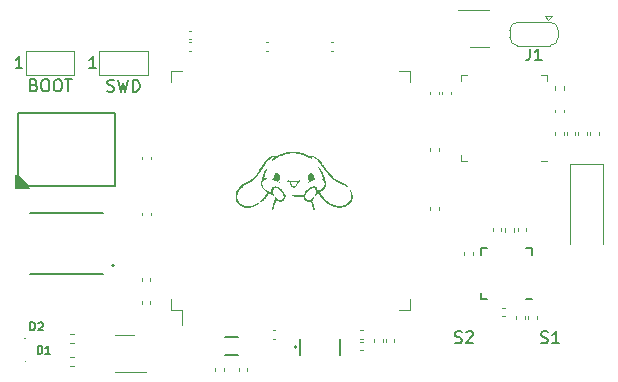
<source format=gbr>
%TF.GenerationSoftware,KiCad,Pcbnew,(6.0.4)*%
%TF.CreationDate,2023-02-01T13:33:48+08:00*%
%TF.ProjectId,Core_M4,436f7265-5f4d-4342-9e6b-696361645f70,rev?*%
%TF.SameCoordinates,Original*%
%TF.FileFunction,Legend,Top*%
%TF.FilePolarity,Positive*%
%FSLAX46Y46*%
G04 Gerber Fmt 4.6, Leading zero omitted, Abs format (unit mm)*
G04 Created by KiCad (PCBNEW (6.0.4)) date 2023-02-01 13:33:48*
%MOMM*%
%LPD*%
G01*
G04 APERTURE LIST*
%ADD10C,0.150000*%
%ADD11C,0.120000*%
%ADD12C,0.127000*%
%ADD13C,0.200000*%
%ADD14C,0.100000*%
%ADD15C,0.152000*%
G04 APERTURE END LIST*
D10*
%TO.C,D1*%
X37833333Y-82276666D02*
X37833333Y-81576666D01*
X38000000Y-81576666D01*
X38100000Y-81610000D01*
X38166666Y-81676666D01*
X38200000Y-81743333D01*
X38233333Y-81876666D01*
X38233333Y-81976666D01*
X38200000Y-82110000D01*
X38166666Y-82176666D01*
X38100000Y-82243333D01*
X38000000Y-82276666D01*
X37833333Y-82276666D01*
X38900000Y-82276666D02*
X38500000Y-82276666D01*
X38700000Y-82276666D02*
X38700000Y-81576666D01*
X38633333Y-81676666D01*
X38566666Y-81743333D01*
X38500000Y-81776666D01*
%TO.C,SWD*%
X43752857Y-60024761D02*
X43895714Y-60072380D01*
X44133809Y-60072380D01*
X44229047Y-60024761D01*
X44276666Y-59977142D01*
X44324285Y-59881904D01*
X44324285Y-59786666D01*
X44276666Y-59691428D01*
X44229047Y-59643809D01*
X44133809Y-59596190D01*
X43943333Y-59548571D01*
X43848095Y-59500952D01*
X43800476Y-59453333D01*
X43752857Y-59358095D01*
X43752857Y-59262857D01*
X43800476Y-59167619D01*
X43848095Y-59120000D01*
X43943333Y-59072380D01*
X44181428Y-59072380D01*
X44324285Y-59120000D01*
X44657619Y-59072380D02*
X44895714Y-60072380D01*
X45086190Y-59358095D01*
X45276666Y-60072380D01*
X45514761Y-59072380D01*
X45895714Y-60072380D02*
X45895714Y-59072380D01*
X46133809Y-59072380D01*
X46276666Y-59120000D01*
X46371904Y-59215238D01*
X46419523Y-59310476D01*
X46467142Y-59500952D01*
X46467142Y-59643809D01*
X46419523Y-59834285D01*
X46371904Y-59929523D01*
X46276666Y-60024761D01*
X46133809Y-60072380D01*
X45895714Y-60072380D01*
X42795714Y-58092380D02*
X42224285Y-58092380D01*
X42510000Y-58092380D02*
X42510000Y-57092380D01*
X42414761Y-57235238D01*
X42319523Y-57330476D01*
X42224285Y-57378095D01*
%TO.C,J1*%
X79526666Y-56432380D02*
X79526666Y-57146666D01*
X79479047Y-57289523D01*
X79383809Y-57384761D01*
X79240952Y-57432380D01*
X79145714Y-57432380D01*
X80526666Y-57432380D02*
X79955238Y-57432380D01*
X80240952Y-57432380D02*
X80240952Y-56432380D01*
X80145714Y-56575238D01*
X80050476Y-56670476D01*
X79955238Y-56718095D01*
%TO.C,D2*%
X37233333Y-80296666D02*
X37233333Y-79596666D01*
X37400000Y-79596666D01*
X37500000Y-79630000D01*
X37566666Y-79696666D01*
X37600000Y-79763333D01*
X37633333Y-79896666D01*
X37633333Y-79996666D01*
X37600000Y-80130000D01*
X37566666Y-80196666D01*
X37500000Y-80263333D01*
X37400000Y-80296666D01*
X37233333Y-80296666D01*
X37900000Y-79663333D02*
X37933333Y-79630000D01*
X38000000Y-79596666D01*
X38166666Y-79596666D01*
X38233333Y-79630000D01*
X38266666Y-79663333D01*
X38300000Y-79730000D01*
X38300000Y-79796666D01*
X38266666Y-79896666D01*
X37866666Y-80296666D01*
X38300000Y-80296666D01*
%TO.C,BOOT*%
X37542857Y-59518571D02*
X37685714Y-59566190D01*
X37733333Y-59613809D01*
X37780952Y-59709047D01*
X37780952Y-59851904D01*
X37733333Y-59947142D01*
X37685714Y-59994761D01*
X37590476Y-60042380D01*
X37209523Y-60042380D01*
X37209523Y-59042380D01*
X37542857Y-59042380D01*
X37638095Y-59090000D01*
X37685714Y-59137619D01*
X37733333Y-59232857D01*
X37733333Y-59328095D01*
X37685714Y-59423333D01*
X37638095Y-59470952D01*
X37542857Y-59518571D01*
X37209523Y-59518571D01*
X38400000Y-59042380D02*
X38590476Y-59042380D01*
X38685714Y-59090000D01*
X38780952Y-59185238D01*
X38828571Y-59375714D01*
X38828571Y-59709047D01*
X38780952Y-59899523D01*
X38685714Y-59994761D01*
X38590476Y-60042380D01*
X38400000Y-60042380D01*
X38304761Y-59994761D01*
X38209523Y-59899523D01*
X38161904Y-59709047D01*
X38161904Y-59375714D01*
X38209523Y-59185238D01*
X38304761Y-59090000D01*
X38400000Y-59042380D01*
X39447619Y-59042380D02*
X39638095Y-59042380D01*
X39733333Y-59090000D01*
X39828571Y-59185238D01*
X39876190Y-59375714D01*
X39876190Y-59709047D01*
X39828571Y-59899523D01*
X39733333Y-59994761D01*
X39638095Y-60042380D01*
X39447619Y-60042380D01*
X39352380Y-59994761D01*
X39257142Y-59899523D01*
X39209523Y-59709047D01*
X39209523Y-59375714D01*
X39257142Y-59185238D01*
X39352380Y-59090000D01*
X39447619Y-59042380D01*
X40161904Y-59042380D02*
X40733333Y-59042380D01*
X40447619Y-60042380D02*
X40447619Y-59042380D01*
X36555714Y-58092380D02*
X35984285Y-58092380D01*
X36270000Y-58092380D02*
X36270000Y-57092380D01*
X36174761Y-57235238D01*
X36079523Y-57330476D01*
X35984285Y-57378095D01*
%TO.C,S2*%
X73166001Y-81315874D02*
X73309251Y-81363624D01*
X73548000Y-81363624D01*
X73643500Y-81315874D01*
X73691250Y-81268124D01*
X73739000Y-81172624D01*
X73739000Y-81077124D01*
X73691250Y-80981624D01*
X73643500Y-80933874D01*
X73548000Y-80886125D01*
X73357001Y-80838375D01*
X73261501Y-80790625D01*
X73213751Y-80742875D01*
X73166001Y-80647375D01*
X73166001Y-80551875D01*
X73213751Y-80456375D01*
X73261501Y-80408626D01*
X73357001Y-80360876D01*
X73595750Y-80360876D01*
X73739000Y-80408626D01*
X74120999Y-80456375D02*
X74168749Y-80408626D01*
X74264249Y-80360876D01*
X74502998Y-80360876D01*
X74598498Y-80408626D01*
X74646248Y-80456375D01*
X74693998Y-80551875D01*
X74693998Y-80647375D01*
X74646248Y-80790625D01*
X74073249Y-81363624D01*
X74693998Y-81363624D01*
%TO.C,S1*%
X80466001Y-81325874D02*
X80609251Y-81373624D01*
X80848000Y-81373624D01*
X80943500Y-81325874D01*
X80991250Y-81278124D01*
X81039000Y-81182624D01*
X81039000Y-81087124D01*
X80991250Y-80991624D01*
X80943500Y-80943874D01*
X80848000Y-80896125D01*
X80657001Y-80848375D01*
X80561501Y-80800625D01*
X80513751Y-80752875D01*
X80466001Y-80657375D01*
X80466001Y-80561875D01*
X80513751Y-80466375D01*
X80561501Y-80418626D01*
X80657001Y-80370876D01*
X80895750Y-80370876D01*
X81039000Y-80418626D01*
X81993998Y-81373624D02*
X81420999Y-81373624D01*
X81707499Y-81373624D02*
X81707499Y-80370876D01*
X81611999Y-80514125D01*
X81516499Y-80609625D01*
X81420999Y-80657375D01*
D11*
%TO.C,R7*%
X79110000Y-79353641D02*
X79110000Y-79046359D01*
X78350000Y-79353641D02*
X78350000Y-79046359D01*
D12*
%TO.C,Y1*%
X60040000Y-82340000D02*
X60040000Y-81040000D01*
X63480000Y-82340000D02*
X63480000Y-81040000D01*
D13*
X59760000Y-81690000D02*
G75*
G03*
X59760000Y-81690000I-100000J0D01*
G01*
D11*
%TO.C,U1*%
X69360000Y-78560000D02*
X68410000Y-78560000D01*
X49140000Y-77610000D02*
X49140000Y-78560000D01*
X49140000Y-58340000D02*
X50090000Y-58340000D01*
X69360000Y-77610000D02*
X69360000Y-78560000D01*
X49140000Y-78560000D02*
X50090000Y-78560000D01*
X49140000Y-59290000D02*
X49140000Y-58340000D01*
X50090000Y-78560000D02*
X50090000Y-79850000D01*
X69360000Y-59290000D02*
X69360000Y-58340000D01*
X69360000Y-58340000D02*
X68410000Y-58340000D01*
%TO.C,C23*%
X67050000Y-81022164D02*
X67050000Y-81237836D01*
X66330000Y-81022164D02*
X66330000Y-81237836D01*
%TO.C,G\u002A\u002A\u002A*%
G36*
X59584843Y-65169498D02*
G01*
X59655429Y-65170187D01*
X59712724Y-65171721D01*
X59760676Y-65174334D01*
X59803234Y-65178256D01*
X59844349Y-65183719D01*
X59887968Y-65190955D01*
X59899666Y-65193058D01*
X59959198Y-65204534D01*
X60024611Y-65218243D01*
X60091822Y-65233213D01*
X60156753Y-65248471D01*
X60215322Y-65263043D01*
X60263449Y-65275957D01*
X60297053Y-65286240D01*
X60307655Y-65290325D01*
X60331516Y-65299624D01*
X60363786Y-65310445D01*
X60371235Y-65312734D01*
X60421588Y-65329700D01*
X60484697Y-65353660D01*
X60554394Y-65382064D01*
X60624512Y-65412364D01*
X60688884Y-65442008D01*
X60715758Y-65455169D01*
X60760035Y-65476946D01*
X60790824Y-65490202D01*
X60813368Y-65496333D01*
X60832906Y-65496738D01*
X60854683Y-65492811D01*
X60855955Y-65492519D01*
X60923064Y-65483452D01*
X61000586Y-65483461D01*
X61079788Y-65492531D01*
X61081908Y-65492909D01*
X61223218Y-65529018D01*
X61359500Y-65585235D01*
X61489794Y-65660868D01*
X61613143Y-65755225D01*
X61728586Y-65867615D01*
X61835166Y-65997347D01*
X61889111Y-66075002D01*
X61954289Y-66174379D01*
X62008185Y-66256194D01*
X62050977Y-66320714D01*
X62082843Y-66368204D01*
X62103959Y-66398931D01*
X62114504Y-66413161D01*
X62115409Y-66414092D01*
X62123978Y-66424570D01*
X62141634Y-66448207D01*
X62165281Y-66480819D01*
X62178156Y-66498865D01*
X62267938Y-66619925D01*
X62369852Y-66747963D01*
X62479764Y-66878261D01*
X62593541Y-67006101D01*
X62707050Y-67126768D01*
X62816159Y-67235544D01*
X62858938Y-67275865D01*
X62958845Y-67365723D01*
X63050338Y-67441927D01*
X63138052Y-67507526D01*
X63226619Y-67565569D01*
X63320672Y-67619104D01*
X63424845Y-67671180D01*
X63536447Y-67721661D01*
X63654736Y-67774733D01*
X63755106Y-67823335D01*
X63839992Y-67868910D01*
X63911824Y-67912905D01*
X63973036Y-67956764D01*
X64026061Y-68001931D01*
X64053546Y-68028808D01*
X64102436Y-68083725D01*
X64133534Y-68129694D01*
X64146515Y-68166194D01*
X64146523Y-68178315D01*
X64137076Y-68198105D01*
X64117442Y-68200248D01*
X64088821Y-68184973D01*
X64062196Y-68162241D01*
X63964887Y-68080876D01*
X63851141Y-68008373D01*
X63719547Y-67943903D01*
X63631605Y-67908792D01*
X63564436Y-67883435D01*
X63493019Y-67855637D01*
X63421529Y-67827099D01*
X63354138Y-67799526D01*
X63295020Y-67774620D01*
X63248348Y-67754083D01*
X63223350Y-67742233D01*
X63194197Y-67726185D01*
X63154495Y-67702542D01*
X63108738Y-67674185D01*
X63061418Y-67643997D01*
X63017030Y-67614860D01*
X62980066Y-67589657D01*
X62955021Y-67571271D01*
X62949356Y-67566478D01*
X62933227Y-67552767D01*
X62907109Y-67531763D01*
X62887661Y-67516550D01*
X62850944Y-67487261D01*
X62813163Y-67455091D01*
X62771755Y-67417649D01*
X62724154Y-67372541D01*
X62667797Y-67317376D01*
X62600120Y-67249763D01*
X62581236Y-67230741D01*
X62398096Y-67034877D01*
X62220389Y-66822957D01*
X62052063Y-66600068D01*
X61897064Y-66371294D01*
X61828289Y-66260442D01*
X61752982Y-66140707D01*
X61681027Y-66038260D01*
X61609860Y-65950035D01*
X61536921Y-65872970D01*
X61459646Y-65803999D01*
X61421251Y-65773621D01*
X61320999Y-65706202D01*
X61212543Y-65649429D01*
X61101465Y-65605759D01*
X60993346Y-65577649D01*
X60965742Y-65573097D01*
X60924454Y-65567195D01*
X60986935Y-65613057D01*
X61037468Y-65652186D01*
X61071179Y-65683568D01*
X61089970Y-65709385D01*
X61095742Y-65731822D01*
X61095324Y-65737523D01*
X61087155Y-65757189D01*
X61068794Y-65764546D01*
X61038526Y-65759377D01*
X60994636Y-65741463D01*
X60951202Y-65719240D01*
X60840346Y-65660118D01*
X60743594Y-65610437D01*
X60657018Y-65568496D01*
X60576690Y-65532597D01*
X60498685Y-65501042D01*
X60419073Y-65472132D01*
X60333929Y-65444169D01*
X60269644Y-65424462D01*
X60039047Y-65364774D01*
X59813781Y-65325537D01*
X59593691Y-65306734D01*
X59378621Y-65308346D01*
X59332770Y-65311377D01*
X59108379Y-65335979D01*
X58887677Y-65374683D01*
X58674442Y-65426584D01*
X58472451Y-65490778D01*
X58306557Y-65556917D01*
X58229663Y-65592367D01*
X58161398Y-65627505D01*
X58096358Y-65665592D01*
X58029139Y-65709893D01*
X57954339Y-65763671D01*
X57913565Y-65794255D01*
X57842019Y-65847518D01*
X57784887Y-65887639D01*
X57740565Y-65915357D01*
X57707450Y-65931409D01*
X57683940Y-65936534D01*
X57668433Y-65931469D01*
X57659324Y-65916953D01*
X57657871Y-65911981D01*
X57659171Y-65874941D01*
X57679090Y-65831354D01*
X57716551Y-65782505D01*
X57770481Y-65729678D01*
X57839803Y-65674155D01*
X57882103Y-65644287D01*
X57973548Y-65582261D01*
X57914292Y-65579090D01*
X57837832Y-65584096D01*
X57753498Y-65605656D01*
X57664233Y-65642101D01*
X57572980Y-65691760D01*
X57482682Y-65752964D01*
X57396284Y-65824043D01*
X57316728Y-65903326D01*
X57291068Y-65932676D01*
X57268545Y-65959927D01*
X57247614Y-65986634D01*
X57226721Y-66015200D01*
X57204310Y-66048027D01*
X57178826Y-66087516D01*
X57148713Y-66136068D01*
X57112418Y-66196087D01*
X57068383Y-66269972D01*
X57023155Y-66346407D01*
X56887723Y-66567189D01*
X56750053Y-66774963D01*
X56611190Y-66968381D01*
X56472179Y-67146098D01*
X56334064Y-67306768D01*
X56197889Y-67449044D01*
X56088495Y-67550963D01*
X56025037Y-67605697D01*
X55969432Y-67650819D01*
X55917048Y-67689359D01*
X55863257Y-67724347D01*
X55803427Y-67758811D01*
X55732927Y-67795783D01*
X55655757Y-67834081D01*
X55538035Y-67893732D01*
X55436663Y-67950218D01*
X55347632Y-68006268D01*
X55266933Y-68064609D01*
X55190560Y-68127969D01*
X55114503Y-68199076D01*
X55103652Y-68209804D01*
X55039499Y-68274909D01*
X54988203Y-68330464D01*
X54946518Y-68380696D01*
X54911198Y-68429833D01*
X54878996Y-68482100D01*
X54846665Y-68541724D01*
X54842551Y-68549713D01*
X54802399Y-68635242D01*
X54774963Y-68713055D01*
X54758378Y-68790814D01*
X54750777Y-68876182D01*
X54749750Y-68930780D01*
X54757760Y-69057051D01*
X54782538Y-69171883D01*
X54825202Y-69278130D01*
X54886874Y-69378646D01*
X54960215Y-69467282D01*
X55053684Y-69557426D01*
X55151288Y-69629607D01*
X55257885Y-69686834D01*
X55378333Y-69732114D01*
X55397219Y-69737862D01*
X55438121Y-69749435D01*
X55473237Y-69757523D01*
X55508017Y-69762732D01*
X55547909Y-69765664D01*
X55598362Y-69766926D01*
X55661055Y-69767126D01*
X55749349Y-69765385D01*
X55825598Y-69759639D01*
X55896315Y-69748668D01*
X55968018Y-69731247D01*
X56047221Y-69706155D01*
X56113874Y-69682159D01*
X56170327Y-69659425D01*
X56233928Y-69631043D01*
X56299735Y-69599491D01*
X56362808Y-69567251D01*
X56418205Y-69536801D01*
X56460986Y-69510622D01*
X56474347Y-69501239D01*
X56506189Y-69480293D01*
X56538998Y-69463281D01*
X56567092Y-69452679D01*
X56584789Y-69450963D01*
X56586910Y-69452199D01*
X56593725Y-69468758D01*
X56585187Y-69491158D01*
X56560292Y-69520951D01*
X56518037Y-69559688D01*
X56516729Y-69560802D01*
X56387345Y-69659938D01*
X56250504Y-69744435D01*
X56108580Y-69813471D01*
X55963945Y-69866223D01*
X55818971Y-69901868D01*
X55676031Y-69919585D01*
X55537497Y-69918550D01*
X55496808Y-69914418D01*
X55355031Y-69886698D01*
X55218888Y-69840449D01*
X55090484Y-69777162D01*
X54971924Y-69698330D01*
X54865315Y-69605445D01*
X54772763Y-69500001D01*
X54696373Y-69383489D01*
X54667129Y-69326350D01*
X54641565Y-69270234D01*
X54622299Y-69222573D01*
X54608529Y-69178817D01*
X54599447Y-69134416D01*
X54594250Y-69084820D01*
X54592132Y-69025478D01*
X54592288Y-68951841D01*
X54592984Y-68907306D01*
X54594884Y-68825693D01*
X54598000Y-68760527D01*
X54603406Y-68707063D01*
X54612177Y-68660553D01*
X54625386Y-68616254D01*
X54644107Y-68569420D01*
X54669413Y-68515304D01*
X54691983Y-68469829D01*
X54765547Y-68343957D01*
X54857812Y-68220406D01*
X54966287Y-68101411D01*
X55088480Y-67989203D01*
X55221901Y-67886018D01*
X55364058Y-67794089D01*
X55512459Y-67715651D01*
X55554419Y-67696572D01*
X55651801Y-67651754D01*
X55736060Y-67607671D01*
X55812309Y-67560888D01*
X55885663Y-67507968D01*
X55961238Y-67445477D01*
X56044146Y-67369980D01*
X56052827Y-67361782D01*
X56218694Y-67194370D01*
X56381492Y-67009031D01*
X56541761Y-66805059D01*
X56700037Y-66581746D01*
X56856861Y-66338382D01*
X56951045Y-66181483D01*
X57013391Y-66077903D01*
X57069962Y-65990634D01*
X57123122Y-65916420D01*
X57175237Y-65852003D01*
X57228668Y-65794128D01*
X57241665Y-65781132D01*
X57328315Y-65701169D01*
X57411310Y-65637044D01*
X57496064Y-65585436D01*
X57587990Y-65543029D01*
X57686792Y-65508272D01*
X57730070Y-65495499D01*
X57765587Y-65487548D01*
X57800538Y-65483613D01*
X57842116Y-65482894D01*
X57897515Y-65484586D01*
X57898581Y-65484629D01*
X57951814Y-65487845D01*
X58001622Y-65492695D01*
X58041562Y-65498454D01*
X58061293Y-65502973D01*
X58082305Y-65508755D01*
X58100495Y-65509982D01*
X58121281Y-65505456D01*
X58150081Y-65493979D01*
X58192312Y-65474350D01*
X58193750Y-65473667D01*
X58428868Y-65373047D01*
X58673391Y-65290282D01*
X58928701Y-65224939D01*
X59090374Y-65193443D01*
X59137834Y-65185742D01*
X59182384Y-65179863D01*
X59228084Y-65175567D01*
X59278996Y-65172614D01*
X59339181Y-65170764D01*
X59412701Y-65169777D01*
X59497017Y-65169423D01*
X59584843Y-65169498D01*
G37*
G36*
X57255556Y-66640901D02*
G01*
X57276839Y-66654522D01*
X57282386Y-66676044D01*
X57272383Y-66695432D01*
X57263001Y-66709801D01*
X57246780Y-66739504D01*
X57225654Y-66780581D01*
X57201554Y-66829074D01*
X57176414Y-66881022D01*
X57152164Y-66932466D01*
X57130738Y-66979446D01*
X57114067Y-67018004D01*
X57109746Y-67028694D01*
X57092576Y-67075881D01*
X57073278Y-67134620D01*
X57053435Y-67199444D01*
X57034630Y-67264882D01*
X57018447Y-67325467D01*
X57006468Y-67375729D01*
X57001107Y-67403948D01*
X56997368Y-67434619D01*
X56998773Y-67448822D01*
X57006116Y-67450830D01*
X57009589Y-67449696D01*
X57046058Y-67439390D01*
X57094195Y-67430460D01*
X57144477Y-67424278D01*
X57187379Y-67422217D01*
X57197559Y-67422620D01*
X57227721Y-67426469D01*
X57241888Y-67434003D01*
X57245244Y-67446808D01*
X57240759Y-67459265D01*
X57224980Y-67471308D01*
X57194415Y-67485075D01*
X57165115Y-67495909D01*
X57100074Y-67520339D01*
X57050479Y-67542919D01*
X57011146Y-67566665D01*
X56976896Y-67594599D01*
X56950777Y-67620807D01*
X56901781Y-67686752D01*
X56872386Y-67759184D01*
X56862528Y-67838641D01*
X56872143Y-67925663D01*
X56901167Y-68020786D01*
X56902733Y-68024772D01*
X56950455Y-68119745D01*
X57017258Y-68211324D01*
X57103635Y-68300003D01*
X57210081Y-68386279D01*
X57337089Y-68470645D01*
X57364202Y-68486862D01*
X57408221Y-68511679D01*
X57456774Y-68537295D01*
X57505588Y-68561662D01*
X57550390Y-68582732D01*
X57586908Y-68598455D01*
X57610869Y-68606783D01*
X57615985Y-68607584D01*
X57618184Y-68597919D01*
X57618157Y-68572405D01*
X57615939Y-68536267D01*
X57615465Y-68530759D01*
X57614487Y-68472145D01*
X57620157Y-68406888D01*
X57631277Y-68342509D01*
X57646653Y-68286526D01*
X57659043Y-68256867D01*
X57702553Y-68192358D01*
X57757706Y-68145255D01*
X57825252Y-68115087D01*
X57905945Y-68101383D01*
X57908016Y-68101255D01*
X58004118Y-68105558D01*
X58106255Y-68129159D01*
X58213095Y-68171482D01*
X58323304Y-68231954D01*
X58435552Y-68310000D01*
X58486355Y-68350686D01*
X58560139Y-68422190D01*
X58628817Y-68507636D01*
X58688647Y-68601270D01*
X58735889Y-68697336D01*
X58763465Y-68777018D01*
X58782007Y-68845784D01*
X58854761Y-68858970D01*
X58905199Y-68870095D01*
X58937134Y-68882428D01*
X58953258Y-68897346D01*
X58956591Y-68911111D01*
X58949565Y-68925029D01*
X58927062Y-68937438D01*
X58886948Y-68949259D01*
X58849278Y-68957283D01*
X58789649Y-68968830D01*
X58782565Y-69022227D01*
X58761277Y-69112670D01*
X58722249Y-69192449D01*
X58675754Y-69252169D01*
X58604084Y-69315252D01*
X58524490Y-69359078D01*
X58438338Y-69383437D01*
X58346990Y-69388124D01*
X58251811Y-69372929D01*
X58154164Y-69337645D01*
X58144501Y-69333093D01*
X58107483Y-69315849D01*
X58077565Y-69302948D01*
X58060041Y-69296644D01*
X58058230Y-69296362D01*
X58050613Y-69305707D01*
X58036681Y-69331632D01*
X58017813Y-69370967D01*
X57995388Y-69420545D01*
X57970786Y-69477198D01*
X57945385Y-69537758D01*
X57920566Y-69599056D01*
X57897706Y-69657924D01*
X57880618Y-69704330D01*
X57861299Y-69761610D01*
X57840165Y-69829145D01*
X57820393Y-69896595D01*
X57810654Y-69932157D01*
X57796636Y-69982427D01*
X57782866Y-70027012D01*
X57771007Y-70060798D01*
X57763269Y-70077860D01*
X57739974Y-70097261D01*
X57709680Y-70099614D01*
X57682353Y-70086951D01*
X57668685Y-70063712D01*
X57664096Y-70022291D01*
X57668535Y-69963633D01*
X57681952Y-69888683D01*
X57696007Y-69829556D01*
X57724800Y-69726112D01*
X57757087Y-69628053D01*
X57795119Y-69529488D01*
X57841144Y-69424525D01*
X57888728Y-69324866D01*
X57973070Y-69153308D01*
X57960996Y-69098851D01*
X57954325Y-69049947D01*
X57957630Y-69012191D01*
X57970419Y-68989017D01*
X57977371Y-68984859D01*
X57995900Y-68987983D01*
X58021236Y-69005221D01*
X58049188Y-69032574D01*
X58075565Y-69066041D01*
X58093130Y-69095342D01*
X58126392Y-69146569D01*
X58169899Y-69185555D01*
X58228473Y-69216368D01*
X58243806Y-69222434D01*
X58323082Y-69242873D01*
X58399713Y-69244678D01*
X58471049Y-69228948D01*
X58534438Y-69196784D01*
X58587230Y-69149286D01*
X58626773Y-69087554D01*
X58638435Y-69058692D01*
X58656813Y-68974822D01*
X58656380Y-68883823D01*
X58638101Y-68787903D01*
X58598069Y-68679315D01*
X58538953Y-68576456D01*
X58462506Y-68481189D01*
X58370482Y-68395378D01*
X58264633Y-68320884D01*
X58146715Y-68259572D01*
X58136794Y-68255284D01*
X58086238Y-68236151D01*
X58041368Y-68225962D01*
X57990077Y-68222148D01*
X57979657Y-68221946D01*
X57937872Y-68221851D01*
X57910625Y-68224317D01*
X57891267Y-68231327D01*
X57873153Y-68244863D01*
X57859110Y-68257897D01*
X57815865Y-68312998D01*
X57785340Y-68382043D01*
X57767820Y-68461819D01*
X57763587Y-68549113D01*
X57772923Y-68640709D01*
X57796113Y-68733394D01*
X57813193Y-68779634D01*
X57829511Y-68817451D01*
X57843956Y-68847840D01*
X57853839Y-68865207D01*
X57855012Y-68866605D01*
X57864430Y-68887391D01*
X57862382Y-68911586D01*
X57850149Y-68928676D01*
X57847289Y-68930066D01*
X57832092Y-68928163D01*
X57808164Y-68912761D01*
X57773584Y-68882531D01*
X57759867Y-68869421D01*
X57710848Y-68825927D01*
X57664553Y-68794830D01*
X57616124Y-68771864D01*
X57568974Y-68752018D01*
X57519831Y-68730179D01*
X57483667Y-68713163D01*
X57435751Y-68690584D01*
X57403747Y-68678095D01*
X57385298Y-68675049D01*
X57378046Y-68680795D01*
X57377701Y-68683974D01*
X57372435Y-68704185D01*
X57358046Y-68738424D01*
X57336649Y-68782752D01*
X57310360Y-68833227D01*
X57281293Y-68885910D01*
X57251563Y-68936861D01*
X57223284Y-68982139D01*
X57198573Y-69017805D01*
X57198375Y-69018068D01*
X57149204Y-69078665D01*
X57093354Y-69139660D01*
X57033274Y-69199073D01*
X56971414Y-69254925D01*
X56910223Y-69305234D01*
X56852153Y-69348022D01*
X56799652Y-69381308D01*
X56755170Y-69403113D01*
X56721157Y-69411457D01*
X56712346Y-69410863D01*
X56694727Y-69402162D01*
X56691386Y-69384623D01*
X56702814Y-69357038D01*
X56729506Y-69318197D01*
X56770059Y-69269065D01*
X56803963Y-69230285D01*
X56834107Y-69196280D01*
X56857031Y-69170922D01*
X56868722Y-69158606D01*
X56886101Y-69140330D01*
X56913154Y-69110122D01*
X56946079Y-69072403D01*
X56981071Y-69031597D01*
X57014328Y-68992126D01*
X57042047Y-68958413D01*
X57055528Y-68941377D01*
X57082794Y-68903245D01*
X57112932Y-68856664D01*
X57144026Y-68805152D01*
X57174157Y-68752227D01*
X57201407Y-68701406D01*
X57223858Y-68656209D01*
X57239591Y-68620153D01*
X57246689Y-68596755D01*
X57246496Y-68591131D01*
X57236236Y-68580012D01*
X57212566Y-68560268D01*
X57179584Y-68535210D01*
X57158740Y-68520209D01*
X57057386Y-68440661D01*
X56966600Y-68353422D01*
X56889123Y-68261647D01*
X56827695Y-68168488D01*
X56794497Y-68101262D01*
X56777801Y-68054979D01*
X56761454Y-67998960D01*
X56748702Y-67944463D01*
X56747577Y-67938612D01*
X56737408Y-67844027D01*
X56744782Y-67756215D01*
X56770508Y-67669081D01*
X56788798Y-67627401D01*
X56813467Y-67567054D01*
X56826959Y-67508376D01*
X56830803Y-67473750D01*
X56848528Y-67343525D01*
X56880080Y-67206888D01*
X56923297Y-67071338D01*
X56976015Y-66944371D01*
X56994149Y-66907535D01*
X57034931Y-66835685D01*
X57078670Y-66771919D01*
X57123309Y-66718336D01*
X57166793Y-66677034D01*
X57207063Y-66650111D01*
X57242062Y-66639664D01*
X57255556Y-66640901D01*
G37*
G36*
X59026379Y-67733654D02*
G01*
X59019326Y-67727279D01*
X58999420Y-67706829D01*
X58990453Y-67688745D01*
X58989591Y-67664163D01*
X58991912Y-67641543D01*
X59001954Y-67600154D01*
X59019621Y-67565724D01*
X59041784Y-67541487D01*
X59065311Y-67530678D01*
X59087074Y-67536529D01*
X59090573Y-67539611D01*
X59099137Y-67552259D01*
X59098256Y-67568901D01*
X59088869Y-67594406D01*
X59078708Y-67630813D01*
X59080699Y-67658508D01*
X59094135Y-67673470D01*
X59103008Y-67674989D01*
X59120319Y-67672702D01*
X59153113Y-67666595D01*
X59196236Y-67657674D01*
X59232102Y-67649778D01*
X59346407Y-67626073D01*
X59444873Y-67610598D01*
X59531138Y-67603223D01*
X59608838Y-67603819D01*
X59681611Y-67612255D01*
X59753094Y-67628403D01*
X59761931Y-67630903D01*
X59828972Y-67648110D01*
X59886336Y-67658576D01*
X59930494Y-67661787D01*
X59953897Y-67658801D01*
X59966546Y-67652601D01*
X59971940Y-67640719D01*
X59971481Y-67617294D01*
X59969018Y-67595569D01*
X59966545Y-67556200D01*
X59972328Y-67535352D01*
X59987753Y-67531499D01*
X60014206Y-67543114D01*
X60015778Y-67544036D01*
X60049245Y-67575107D01*
X60065478Y-67616991D01*
X60064444Y-67660198D01*
X60045715Y-67705916D01*
X60009530Y-67740574D01*
X59965334Y-67760491D01*
X59942647Y-67768752D01*
X59926275Y-67780456D01*
X59911973Y-67800483D01*
X59895499Y-67833713D01*
X59888848Y-67848438D01*
X59840672Y-67942558D01*
X59784542Y-68029212D01*
X59724540Y-68102261D01*
X59710554Y-68116558D01*
X59671350Y-68151177D01*
X59634443Y-68173355D01*
X59594312Y-68187631D01*
X59558296Y-68197493D01*
X59534686Y-68202190D01*
X59515457Y-68202177D01*
X59492580Y-68197913D01*
X59477130Y-68194297D01*
X59426038Y-68172971D01*
X59374296Y-68134604D01*
X59326393Y-68082717D01*
X59314920Y-68067159D01*
X59289177Y-68028870D01*
X59268400Y-67993195D01*
X59249752Y-67954269D01*
X59230399Y-67906229D01*
X59209884Y-67849929D01*
X59179807Y-67765156D01*
X59116480Y-67762017D01*
X59076866Y-67758288D01*
X59068440Y-67755674D01*
X59283529Y-67755674D01*
X59288355Y-67782171D01*
X59300528Y-67819513D01*
X59318389Y-67863965D01*
X59340283Y-67911792D01*
X59364553Y-67959256D01*
X59389542Y-68002621D01*
X59413595Y-68038153D01*
X59423839Y-68050781D01*
X59465180Y-68086741D01*
X59509007Y-68102012D01*
X59557311Y-68096965D01*
X59593491Y-68082238D01*
X59614509Y-68067370D01*
X59643073Y-68041882D01*
X59672965Y-68011326D01*
X59699762Y-67978374D01*
X59727797Y-67937986D01*
X59754909Y-67894123D01*
X59778935Y-67850746D01*
X59797710Y-67811816D01*
X59809073Y-67781296D01*
X59810860Y-67763146D01*
X59809616Y-67761063D01*
X59792577Y-67752661D01*
X59759592Y-67742803D01*
X59715766Y-67732495D01*
X59666204Y-67722743D01*
X59616011Y-67714552D01*
X59570289Y-67708928D01*
X59534601Y-67706877D01*
X59497373Y-67708817D01*
X59449085Y-67713952D01*
X59396595Y-67721259D01*
X59346764Y-67729711D01*
X59306450Y-67738285D01*
X59287705Y-67743759D01*
X59283529Y-67755674D01*
X59068440Y-67755674D01*
X59049720Y-67749866D01*
X59026379Y-67733654D01*
G37*
G36*
X61620260Y-66467002D02*
G01*
X61650546Y-66489923D01*
X61690273Y-66528561D01*
X61735846Y-66578339D01*
X61822681Y-66684834D01*
X61903778Y-66800364D01*
X61976535Y-66920432D01*
X62038347Y-67040539D01*
X62086613Y-67156188D01*
X62107929Y-67221365D01*
X62121056Y-67274146D01*
X62133740Y-67337567D01*
X62143975Y-67401131D01*
X62147266Y-67427152D01*
X62153507Y-67478693D01*
X62159504Y-67514250D01*
X62166842Y-67538955D01*
X62177106Y-67557937D01*
X62191884Y-67576326D01*
X62194155Y-67578869D01*
X62242704Y-67648343D01*
X62273974Y-67728228D01*
X62287969Y-67816671D01*
X62284692Y-67911816D01*
X62264147Y-68011809D01*
X62226338Y-68114796D01*
X62192982Y-68181601D01*
X62156342Y-68236695D01*
X62105205Y-68297771D01*
X62043726Y-68360750D01*
X61976063Y-68421556D01*
X61906372Y-68476112D01*
X61862050Y-68506229D01*
X61822549Y-68532084D01*
X61790751Y-68554447D01*
X61770340Y-68570626D01*
X61764685Y-68577364D01*
X61769944Y-68595112D01*
X61784307Y-68626970D01*
X61805647Y-68669075D01*
X61831841Y-68717561D01*
X61860764Y-68768565D01*
X61890290Y-68818223D01*
X61918296Y-68862670D01*
X61935702Y-68888394D01*
X61982782Y-68949421D01*
X62043312Y-69019087D01*
X62113537Y-69093656D01*
X62189700Y-69169396D01*
X62268044Y-69242575D01*
X62344812Y-69309457D01*
X62416248Y-69366311D01*
X62417785Y-69367461D01*
X62558378Y-69467036D01*
X62691817Y-69549805D01*
X62821415Y-69617394D01*
X62950482Y-69671429D01*
X63082327Y-69713535D01*
X63163433Y-69733591D01*
X63233222Y-69745437D01*
X63313547Y-69753091D01*
X63398536Y-69756512D01*
X63482316Y-69755659D01*
X63559016Y-69750492D01*
X63622762Y-69740967D01*
X63639675Y-69736937D01*
X63765812Y-69697725D01*
X63875651Y-69651490D01*
X63973566Y-69595871D01*
X64063934Y-69528507D01*
X64120657Y-69477344D01*
X64218121Y-69369626D01*
X64297125Y-69252225D01*
X64357155Y-69126081D01*
X64397696Y-68992132D01*
X64404389Y-68959357D01*
X64411821Y-68869940D01*
X64403539Y-68769735D01*
X64380010Y-68661641D01*
X64341703Y-68548556D01*
X64335906Y-68534230D01*
X64317537Y-68485983D01*
X64309361Y-68453790D01*
X64311210Y-68435219D01*
X64322917Y-68427839D01*
X64328518Y-68427442D01*
X64349805Y-68436032D01*
X64374690Y-68462362D01*
X64403789Y-68507277D01*
X64437717Y-68571621D01*
X64445440Y-68587526D01*
X64489248Y-68702826D01*
X64513217Y-68823303D01*
X64517531Y-68947197D01*
X64502377Y-69072748D01*
X64467939Y-69198195D01*
X64414404Y-69321778D01*
X64357882Y-69418223D01*
X64333732Y-69450656D01*
X64298740Y-69492248D01*
X64257555Y-69537691D01*
X64214824Y-69581681D01*
X64213918Y-69582577D01*
X64097974Y-69683987D01*
X63974882Y-69765948D01*
X63843493Y-69828956D01*
X63702655Y-69873505D01*
X63551218Y-69900093D01*
X63460137Y-69907380D01*
X63291635Y-69905235D01*
X63122880Y-69882438D01*
X62953703Y-69838916D01*
X62783930Y-69774597D01*
X62613392Y-69689406D01*
X62441915Y-69583272D01*
X62269329Y-69456121D01*
X62135565Y-69343840D01*
X62003128Y-69217306D01*
X61888367Y-69086611D01*
X61787762Y-68947540D01*
X61738267Y-68867787D01*
X61714585Y-68827112D01*
X61695523Y-68793543D01*
X61683292Y-68771030D01*
X61679912Y-68763604D01*
X61675954Y-68752001D01*
X61665665Y-68726914D01*
X61653748Y-68699411D01*
X61627583Y-68640249D01*
X61592817Y-68652029D01*
X61545807Y-68673534D01*
X61508559Y-68704925D01*
X61475822Y-68751039D01*
X61465777Y-68769064D01*
X61442317Y-68807220D01*
X61412997Y-68846556D01*
X61381475Y-68883058D01*
X61351410Y-68912716D01*
X61326460Y-68931516D01*
X61313493Y-68936078D01*
X61295891Y-68929004D01*
X61292225Y-68907461D01*
X61302537Y-68870972D01*
X61323758Y-68825051D01*
X61359008Y-68747725D01*
X61380878Y-68675526D01*
X61391603Y-68599257D01*
X61393679Y-68537390D01*
X61387301Y-68442725D01*
X61367763Y-68364273D01*
X61334859Y-68301477D01*
X61290308Y-68255248D01*
X61243981Y-68232349D01*
X61186331Y-68224775D01*
X61119691Y-68231641D01*
X61046393Y-68252065D01*
X60968770Y-68285163D01*
X60889154Y-68330051D01*
X60809879Y-68385846D01*
X60733275Y-68451665D01*
X60708989Y-68475426D01*
X60628206Y-68571568D01*
X60563181Y-68681062D01*
X60526753Y-68765938D01*
X60509188Y-68830432D01*
X60500354Y-68901437D01*
X60500359Y-68972115D01*
X60509310Y-69035624D01*
X60521913Y-69074334D01*
X60557324Y-69130410D01*
X60608076Y-69180112D01*
X60668373Y-69218613D01*
X60718040Y-69237692D01*
X60755365Y-69246909D01*
X60783877Y-69250327D01*
X60812945Y-69248011D01*
X60851935Y-69240026D01*
X60857872Y-69238656D01*
X60930780Y-69216709D01*
X60986944Y-69187324D01*
X61030299Y-69147705D01*
X61064780Y-69095058D01*
X61067510Y-69089729D01*
X61096340Y-69042402D01*
X61127027Y-69009162D01*
X61157165Y-68991543D01*
X61184346Y-68991077D01*
X61202233Y-69003952D01*
X61208061Y-69017997D01*
X61207516Y-69041750D01*
X61200382Y-69079960D01*
X61198397Y-69088669D01*
X61180138Y-69156806D01*
X61160076Y-69208545D01*
X61136064Y-69248681D01*
X61116327Y-69271850D01*
X61083644Y-69305620D01*
X61138688Y-69439494D01*
X61176087Y-69534783D01*
X61209898Y-69629383D01*
X61239575Y-69721042D01*
X61264572Y-69807504D01*
X61284343Y-69886518D01*
X61298342Y-69955827D01*
X61306025Y-70013180D01*
X61306844Y-70056321D01*
X61300255Y-70082997D01*
X61295786Y-70088277D01*
X61261762Y-70103732D01*
X61227186Y-70100522D01*
X61211024Y-70091304D01*
X61204428Y-70086071D01*
X61198593Y-70080436D01*
X61192801Y-70072466D01*
X61186335Y-70060231D01*
X61178478Y-70041799D01*
X61168511Y-70015237D01*
X61155719Y-69978615D01*
X61139382Y-69930001D01*
X61118784Y-69867463D01*
X61093207Y-69789069D01*
X61061934Y-69692889D01*
X61054137Y-69668901D01*
X60956512Y-69368557D01*
X60907594Y-69377495D01*
X60873412Y-69381589D01*
X60826932Y-69384381D01*
X60777038Y-69385379D01*
X60766533Y-69385309D01*
X60715877Y-69383532D01*
X60678365Y-69378613D01*
X60646006Y-69368977D01*
X60616145Y-69355689D01*
X60534951Y-69304693D01*
X60467835Y-69239020D01*
X60416588Y-69161007D01*
X60383001Y-69072996D01*
X60376077Y-69042044D01*
X60368908Y-69004518D01*
X60362833Y-68974451D01*
X60359422Y-68959380D01*
X60352077Y-68952108D01*
X60332900Y-68950088D01*
X60297838Y-68953016D01*
X60289236Y-68954082D01*
X60245047Y-68957997D01*
X60185556Y-68960693D01*
X60113675Y-68962248D01*
X60032314Y-68962739D01*
X59944383Y-68962244D01*
X59852791Y-68960839D01*
X59760450Y-68958603D01*
X59670268Y-68955612D01*
X59585157Y-68951945D01*
X59508026Y-68947678D01*
X59441785Y-68942888D01*
X59389345Y-68937654D01*
X59353615Y-68932052D01*
X59342296Y-68928903D01*
X59329105Y-68915762D01*
X59331117Y-68897115D01*
X59345943Y-68879277D01*
X59364560Y-68870073D01*
X59382117Y-68867755D01*
X59418314Y-68865128D01*
X59470602Y-68862304D01*
X59536432Y-68859396D01*
X59613254Y-68856514D01*
X59698519Y-68853770D01*
X59789678Y-68851275D01*
X59799019Y-68851044D01*
X59892829Y-68848514D01*
X59982898Y-68845653D01*
X60066325Y-68842586D01*
X60140210Y-68839435D01*
X60201652Y-68836326D01*
X60247750Y-68833381D01*
X60275602Y-68830725D01*
X60275865Y-68830688D01*
X60314527Y-68825413D01*
X60345456Y-68821536D01*
X60362138Y-68819870D01*
X60362368Y-68819863D01*
X60371595Y-68810363D01*
X60383921Y-68785797D01*
X60396635Y-68751605D01*
X60447274Y-68628954D01*
X60516886Y-68514274D01*
X60604355Y-68408785D01*
X60708564Y-68313706D01*
X60828398Y-68230255D01*
X60919964Y-68179915D01*
X61028124Y-68132875D01*
X61126739Y-68104135D01*
X61216774Y-68093594D01*
X61299197Y-68101150D01*
X61374975Y-68126702D01*
X61384091Y-68131189D01*
X61415225Y-68154119D01*
X61449654Y-68190530D01*
X61482349Y-68234415D01*
X61507955Y-68279090D01*
X61524494Y-68326425D01*
X61536346Y-68385538D01*
X61541750Y-68447214D01*
X61541898Y-68456583D01*
X61542989Y-68487674D01*
X61545516Y-68507866D01*
X61547666Y-68512215D01*
X61559202Y-68507070D01*
X61581777Y-68494112D01*
X61592701Y-68487378D01*
X61629887Y-68465822D01*
X61669416Y-68445427D01*
X61674614Y-68442984D01*
X61735682Y-68409815D01*
X61803568Y-68364646D01*
X61871940Y-68312098D01*
X61934466Y-68256789D01*
X61947943Y-68243573D01*
X62015281Y-68164486D01*
X62068528Y-68077954D01*
X62106644Y-67987176D01*
X62128590Y-67895349D01*
X62133327Y-67805671D01*
X62119816Y-67721338D01*
X62118797Y-67717838D01*
X62097189Y-67670563D01*
X62061382Y-67619532D01*
X62016149Y-67570434D01*
X61966261Y-67528958D01*
X61952774Y-67519907D01*
X61923209Y-67497080D01*
X61913326Y-67479337D01*
X61923076Y-67467696D01*
X61952412Y-67463177D01*
X61955423Y-67463154D01*
X61982688Y-67461760D01*
X61994808Y-67454963D01*
X61997782Y-67438844D01*
X61997810Y-67435444D01*
X61994092Y-67404144D01*
X61983812Y-67357593D01*
X61968274Y-67300221D01*
X61948786Y-67236453D01*
X61926653Y-67170719D01*
X61903182Y-67107445D01*
X61895005Y-67086975D01*
X61877148Y-67044010D01*
X61859701Y-67004163D01*
X61841130Y-66964461D01*
X61819901Y-66921937D01*
X61794481Y-66873618D01*
X61763335Y-66816535D01*
X61724930Y-66747717D01*
X61677733Y-66664195D01*
X61666211Y-66643893D01*
X61630090Y-66579212D01*
X61604485Y-66530701D01*
X61588585Y-66496613D01*
X61581580Y-66475206D01*
X61582661Y-66464735D01*
X61582885Y-66464495D01*
X61598134Y-66458844D01*
X61620260Y-66467002D01*
G37*
G36*
X58150548Y-66950317D02*
G01*
X58164072Y-66952904D01*
X58223578Y-66976364D01*
X58272037Y-67016767D01*
X58309002Y-67072701D01*
X58334026Y-67142757D01*
X58346661Y-67225522D01*
X58346459Y-67319588D01*
X58332974Y-67423543D01*
X58325275Y-67460924D01*
X58305934Y-67529340D01*
X58281291Y-67582120D01*
X58250227Y-67623185D01*
X58224463Y-67650760D01*
X58283227Y-67707356D01*
X58319313Y-67745376D01*
X58338053Y-67772407D01*
X58340401Y-67788155D01*
X58327310Y-67792322D01*
X58299732Y-67784611D01*
X58258622Y-67764728D01*
X58204932Y-67732374D01*
X58204234Y-67731922D01*
X58092732Y-67665075D01*
X57975313Y-67604705D01*
X57860005Y-67554800D01*
X57812161Y-67537236D01*
X57755352Y-67516626D01*
X57717019Y-67499919D01*
X57695083Y-67485856D01*
X57687465Y-67473176D01*
X57690189Y-67463333D01*
X57706588Y-67455880D01*
X57741694Y-67456965D01*
X57748121Y-67457792D01*
X57798358Y-67464702D01*
X57804552Y-67365909D01*
X57809512Y-67305404D01*
X57817139Y-67257450D01*
X57829640Y-67213641D01*
X57849223Y-67165569D01*
X57867250Y-67127110D01*
X57909238Y-67059005D01*
X57961117Y-67005774D01*
X58020331Y-66968916D01*
X58084327Y-66949931D01*
X58150548Y-66950317D01*
G37*
G36*
X61036730Y-66982914D02*
G01*
X61074403Y-66996137D01*
X61126069Y-67032659D01*
X61174003Y-67085538D01*
X61214806Y-67149940D01*
X61245081Y-67221032D01*
X61253717Y-67251222D01*
X61268975Y-67315302D01*
X61279272Y-67362431D01*
X61285291Y-67396089D01*
X61287712Y-67419753D01*
X61287839Y-67425460D01*
X61290143Y-67443075D01*
X61301085Y-67450784D01*
X61326704Y-67452553D01*
X61329091Y-67452557D01*
X61362377Y-67456956D01*
X61376550Y-67468731D01*
X61377492Y-67477251D01*
X61371690Y-67485719D01*
X61356552Y-67495458D01*
X61329488Y-67507794D01*
X61287904Y-67524050D01*
X61229210Y-67545550D01*
X61218961Y-67549240D01*
X61138396Y-67581686D01*
X61048811Y-67623588D01*
X60957713Y-67671136D01*
X60872608Y-67720520D01*
X60837484Y-67742842D01*
X60791839Y-67770080D01*
X60754819Y-67786678D01*
X60728854Y-67791886D01*
X60716375Y-67784958D01*
X60715624Y-67780356D01*
X60722838Y-67768434D01*
X60742134Y-67746119D01*
X60769987Y-67717357D01*
X60784198Y-67703531D01*
X60852772Y-67637997D01*
X60824859Y-67611506D01*
X60804722Y-67586931D01*
X60782644Y-67551923D01*
X60769531Y-67526733D01*
X60756778Y-67496639D01*
X60748288Y-67467103D01*
X60743001Y-67432075D01*
X60739857Y-67385501D01*
X60738571Y-67349932D01*
X60738202Y-67294751D01*
X60740042Y-67240720D01*
X60743729Y-67195328D01*
X60747063Y-67173434D01*
X60766907Y-67112221D01*
X60797931Y-67058078D01*
X60836637Y-67016122D01*
X60868532Y-66995765D01*
X60920843Y-66980417D01*
X60979870Y-66976138D01*
X61036730Y-66982914D01*
G37*
G36*
X61584543Y-68273792D02*
G01*
X61579245Y-68279090D01*
X61573946Y-68273792D01*
X61579245Y-68268494D01*
X61584543Y-68273792D01*
G37*
%TO.C,C41*%
X84610000Y-63707836D02*
X84610000Y-63492164D01*
X85330000Y-63707836D02*
X85330000Y-63492164D01*
%TO.C,C3*%
X57132164Y-56620000D02*
X57347836Y-56620000D01*
X57132164Y-55900000D02*
X57347836Y-55900000D01*
%TO.C,C12*%
X68040000Y-81022164D02*
X68040000Y-81237836D01*
X67320000Y-81022164D02*
X67320000Y-81237836D01*
D14*
%TO.C,D1*%
X36805000Y-82940000D02*
G75*
G03*
X36805000Y-82940000I-50000J0D01*
G01*
D11*
%TO.C,C18*%
X71080000Y-69842164D02*
X71080000Y-70057836D01*
X71800000Y-69842164D02*
X71800000Y-70057836D01*
D15*
%TO.C,U2*%
X37104000Y-68275000D02*
X35975000Y-68275000D01*
X44356000Y-68046000D02*
X36204000Y-68046000D01*
X36204000Y-68046000D02*
X36204000Y-61894000D01*
X36204000Y-61894000D02*
X44356000Y-61894000D01*
X44356000Y-61894000D02*
X44356000Y-68046000D01*
X35975000Y-68275000D02*
X35975000Y-67146000D01*
D14*
X37705000Y-68546000D02*
G75*
G03*
X37705000Y-68546000I-50000J0D01*
G01*
G36*
X37104000Y-68046000D02*
G01*
X36204000Y-68046000D01*
X36204000Y-67146000D01*
X37104000Y-68046000D01*
G37*
D11*
X37104000Y-68046000D02*
X36204000Y-68046000D01*
X36204000Y-67146000D01*
X37104000Y-68046000D01*
%TO.C,C21*%
X72800000Y-60102164D02*
X72800000Y-60317836D01*
X72080000Y-60102164D02*
X72080000Y-60317836D01*
%TO.C,C16*%
X54850000Y-83502164D02*
X54850000Y-83717836D01*
X55570000Y-83502164D02*
X55570000Y-83717836D01*
%TO.C,C32*%
X77172164Y-78370000D02*
X77387836Y-78370000D01*
X77172164Y-79090000D02*
X77387836Y-79090000D01*
%TO.C,C38*%
X82650000Y-63707836D02*
X82650000Y-63492164D01*
X83370000Y-63707836D02*
X83370000Y-63492164D01*
%TO.C,SWD*%
X47160000Y-58640000D02*
X43060000Y-58640000D01*
X43060000Y-56640000D02*
X47160000Y-56640000D01*
X43060000Y-58640000D02*
X43060000Y-56640000D01*
X47160000Y-56640000D02*
X47160000Y-58640000D01*
%TO.C,C1*%
X62642164Y-56630000D02*
X62857836Y-56630000D01*
X62642164Y-55910000D02*
X62857836Y-55910000D01*
%TO.C,C6*%
X46690000Y-70557836D02*
X46690000Y-70342164D01*
X47410000Y-70557836D02*
X47410000Y-70342164D01*
%TO.C,C5*%
X46710000Y-65807836D02*
X46710000Y-65592164D01*
X47430000Y-65807836D02*
X47430000Y-65592164D01*
%TO.C,C14*%
X65142164Y-81260000D02*
X65357836Y-81260000D01*
X65142164Y-81980000D02*
X65357836Y-81980000D01*
%TO.C,C15*%
X52890000Y-83502164D02*
X52890000Y-83717836D01*
X53610000Y-83502164D02*
X53610000Y-83717836D01*
%TO.C,C33*%
X76390000Y-71877836D02*
X76390000Y-71662164D01*
X77110000Y-71877836D02*
X77110000Y-71662164D01*
%TO.C,U7*%
X80465000Y-65910000D02*
X80940000Y-65910000D01*
X74195000Y-65910000D02*
X73720000Y-65910000D01*
X74195000Y-58690000D02*
X73720000Y-58690000D01*
X73720000Y-58690000D02*
X73720000Y-59165000D01*
X73720000Y-65910000D02*
X73720000Y-65435000D01*
X80940000Y-58690000D02*
X80940000Y-59165000D01*
X80465000Y-58690000D02*
X80940000Y-58690000D01*
D10*
%TO.C,U4*%
X79700000Y-77650000D02*
X79175000Y-77650000D01*
X75400000Y-77650000D02*
X75400000Y-77125000D01*
X79700000Y-73350000D02*
X79700000Y-73875000D01*
X75400000Y-73350000D02*
X75925000Y-73350000D01*
X75400000Y-73350000D02*
X75400000Y-73875000D01*
X75400000Y-77650000D02*
X75925000Y-77650000D01*
X79700000Y-73350000D02*
X79175000Y-73350000D01*
D11*
%TO.C,J1*%
X77810000Y-55480000D02*
X77810000Y-54880000D01*
X81260000Y-56180000D02*
X78460000Y-56180000D01*
X81060000Y-53980000D02*
X81360000Y-53680000D01*
X81910000Y-54880000D02*
X81910000Y-55480000D01*
X78460000Y-54180000D02*
X81260000Y-54180000D01*
X81360000Y-53680000D02*
X80760000Y-53680000D01*
X81060000Y-53980000D02*
X80760000Y-53680000D01*
X77810000Y-55480000D02*
G75*
G03*
X78510000Y-56180000I700000J0D01*
G01*
X81210000Y-56180000D02*
G75*
G03*
X81910000Y-55480000I1J699999D01*
G01*
X81910000Y-54880000D02*
G75*
G03*
X81210000Y-54180000I-699999J1D01*
G01*
X78510000Y-54180000D02*
G75*
G03*
X77810000Y-54880000I0J-700000D01*
G01*
%TO.C,C40*%
X84350000Y-63707836D02*
X84350000Y-63492164D01*
X83630000Y-63707836D02*
X83630000Y-63492164D01*
D14*
%TO.C,D2*%
X36805000Y-80950000D02*
G75*
G03*
X36805000Y-80950000I-50000J0D01*
G01*
D11*
%TO.C,C22*%
X50857836Y-54900000D02*
X50642164Y-54900000D01*
X50857836Y-55620000D02*
X50642164Y-55620000D01*
%TO.C,C19*%
X71090000Y-64852164D02*
X71090000Y-65067836D01*
X71810000Y-64852164D02*
X71810000Y-65067836D01*
%TO.C,R2*%
X40903641Y-80570000D02*
X40596359Y-80570000D01*
X40903641Y-81330000D02*
X40596359Y-81330000D01*
%TO.C,C20*%
X71080000Y-60102164D02*
X71080000Y-60317836D01*
X71800000Y-60102164D02*
X71800000Y-60317836D01*
%TO.C,C37*%
X82390000Y-61807836D02*
X82390000Y-61592164D01*
X81670000Y-61807836D02*
X81670000Y-61592164D01*
%TO.C,C7*%
X47360000Y-77802164D02*
X47360000Y-78017836D01*
X46640000Y-77802164D02*
X46640000Y-78017836D01*
%TO.C,BOOT*%
X40920000Y-58640000D02*
X36820000Y-58640000D01*
X40920000Y-56640000D02*
X40920000Y-58640000D01*
X36820000Y-58640000D02*
X36820000Y-56640000D01*
X36820000Y-56640000D02*
X40920000Y-56640000D01*
D10*
%TO.C,Y2*%
X53742000Y-80888000D02*
X54821000Y-80888000D01*
X53742000Y-82412000D02*
X54821000Y-82412000D01*
D11*
%TO.C,R6*%
X78180000Y-71943641D02*
X78180000Y-71636359D01*
X77420000Y-71943641D02*
X77420000Y-71636359D01*
%TO.C,C11*%
X47360000Y-76107836D02*
X47360000Y-75892164D01*
X46640000Y-76107836D02*
X46640000Y-75892164D01*
%TO.C,C28*%
X79210000Y-71662164D02*
X79210000Y-71877836D01*
X78490000Y-71662164D02*
X78490000Y-71877836D01*
%TO.C,C8*%
X57967836Y-80990000D02*
X57752164Y-80990000D01*
X57967836Y-80270000D02*
X57752164Y-80270000D01*
%TO.C,AE1*%
X85670000Y-66227500D02*
X82950000Y-66227500D01*
X85670000Y-72937500D02*
X85670000Y-66227500D01*
X82950000Y-66227500D02*
X82950000Y-72937500D01*
%TO.C,C4*%
X50642164Y-55900000D02*
X50857836Y-55900000D01*
X50642164Y-56620000D02*
X50857836Y-56620000D01*
%TO.C,R8*%
X82410000Y-59626359D02*
X82410000Y-59933641D01*
X81650000Y-59626359D02*
X81650000Y-59933641D01*
%TO.C,R5*%
X79360000Y-79353641D02*
X79360000Y-79046359D01*
X80120000Y-79353641D02*
X80120000Y-79046359D01*
%TO.C,C39*%
X81670000Y-63707836D02*
X81670000Y-63492164D01*
X82390000Y-63707836D02*
X82390000Y-63492164D01*
%TO.C,R1*%
X40903641Y-83320000D02*
X40596359Y-83320000D01*
X40903641Y-82560000D02*
X40596359Y-82560000D01*
%TO.C,C11*%
X65142164Y-80990000D02*
X65357836Y-80990000D01*
X65142164Y-80270000D02*
X65357836Y-80270000D01*
%TO.C,U6*%
X75270000Y-56290000D02*
X76070000Y-56290000D01*
X75270000Y-56290000D02*
X74470000Y-56290000D01*
X75270000Y-53170000D02*
X73470000Y-53170000D01*
X75270000Y-53170000D02*
X76070000Y-53170000D01*
%TO.C,C30*%
X73970000Y-73652164D02*
X73970000Y-73867836D01*
X74690000Y-73652164D02*
X74690000Y-73867836D01*
%TO.C,U3*%
X45180000Y-83830000D02*
X46980000Y-83830000D01*
X45180000Y-80710000D02*
X44380000Y-80710000D01*
X45180000Y-80710000D02*
X45980000Y-80710000D01*
X45180000Y-83830000D02*
X44380000Y-83830000D01*
D15*
%TO.C,U5*%
X37184000Y-70324000D02*
X43336000Y-70324000D01*
X43336000Y-75476000D02*
X37184000Y-75476000D01*
D13*
X44310000Y-74805000D02*
G75*
G03*
X44310000Y-74805000I-100000J0D01*
G01*
%TD*%
M02*

</source>
